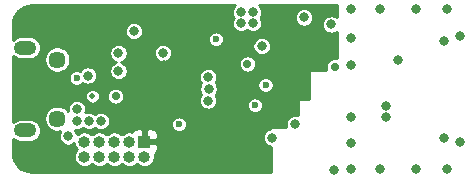
<source format=gbr>
G04 #@! TF.GenerationSoftware,KiCad,Pcbnew,(5.1.5)-3*
G04 #@! TF.CreationDate,2020-05-11T01:57:27+02:00*
G04 #@! TF.ProjectId,STRF,53545246-2e6b-4696-9361-645f70636258,rev?*
G04 #@! TF.SameCoordinates,Original*
G04 #@! TF.FileFunction,Copper,L3,Inr*
G04 #@! TF.FilePolarity,Positive*
%FSLAX46Y46*%
G04 Gerber Fmt 4.6, Leading zero omitted, Abs format (unit mm)*
G04 Created by KiCad (PCBNEW (5.1.5)-3) date 2020-05-11 01:57:27*
%MOMM*%
%LPD*%
G04 APERTURE LIST*
%ADD10O,1.000000X1.000000*%
%ADD11R,1.000000X1.000000*%
%ADD12C,1.450000*%
%ADD13O,1.900000X1.200000*%
%ADD14C,0.800000*%
%ADD15C,0.600000*%
%ADD16C,0.700000*%
%ADD17C,0.500000*%
%ADD18C,0.254000*%
G04 APERTURE END LIST*
D10*
X27720000Y-40220000D03*
X27720000Y-38950000D03*
X28990000Y-40220000D03*
X28990000Y-38950000D03*
X30260000Y-40220000D03*
X30260000Y-38950000D03*
X31530000Y-40220000D03*
X31530000Y-38950000D03*
X32800000Y-40220000D03*
D11*
X32800000Y-38950000D03*
D12*
X25412500Y-32000000D03*
X25412500Y-37000000D03*
D13*
X22712500Y-31000000D03*
X22712500Y-38000000D03*
D14*
X54300000Y-32025000D03*
D15*
X35715000Y-37485000D03*
D14*
X48625000Y-29025000D03*
X46300000Y-28425000D03*
X26325000Y-38500000D03*
X42725000Y-30875000D03*
X40975000Y-28925000D03*
X40975000Y-28000000D03*
X34350000Y-31425000D03*
X28000000Y-33350000D03*
X27075000Y-36200000D03*
X28100000Y-37200000D03*
X53250000Y-36900000D03*
X53250000Y-35900000D03*
X58200000Y-30400000D03*
X58200000Y-38600000D03*
X48850000Y-41350000D03*
X43600000Y-38600000D03*
X30600000Y-32975000D03*
X30600000Y-31475000D03*
D16*
X48900000Y-32600000D03*
D14*
X38225000Y-34475000D03*
X38200000Y-33475000D03*
X38200000Y-35475000D03*
X50250000Y-27700000D03*
X50250000Y-30200000D03*
X50250000Y-32500000D03*
X50250000Y-41300000D03*
X50250000Y-39075000D03*
X59500000Y-30000000D03*
X52750000Y-27700000D03*
X55750000Y-27700000D03*
X58400000Y-27700000D03*
X59500000Y-39000000D03*
X50250000Y-36900000D03*
D16*
X30350000Y-35100000D03*
D14*
X27075000Y-37200000D03*
X29100000Y-37200000D03*
D16*
X41500000Y-32375000D03*
D14*
X31900000Y-29600000D03*
X42000000Y-28000000D03*
X42000000Y-28925000D03*
X45550000Y-37450000D03*
X52750000Y-41300000D03*
X55750000Y-41300000D03*
X58400000Y-41300000D03*
D15*
X37250000Y-38700000D03*
X37200000Y-31100000D03*
D14*
X47575000Y-29025000D03*
D16*
X48650000Y-31725000D03*
D14*
X32700000Y-33350000D03*
X44750000Y-28425000D03*
X42925000Y-37550000D03*
X33575000Y-33350000D03*
X34450000Y-33350000D03*
X34450000Y-32475000D03*
D16*
X41175000Y-31525000D03*
D15*
X38866275Y-30282975D03*
D17*
X28400000Y-35100000D03*
D15*
X27050000Y-33550000D03*
X43050000Y-34150000D03*
X42145420Y-35871685D03*
D18*
G36*
X40368358Y-27502141D02*
G01*
X40282887Y-27630058D01*
X40224013Y-27772191D01*
X40194000Y-27923078D01*
X40194000Y-28076922D01*
X40224013Y-28227809D01*
X40282887Y-28369942D01*
X40344732Y-28462500D01*
X40282887Y-28555058D01*
X40224013Y-28697191D01*
X40194000Y-28848078D01*
X40194000Y-29001922D01*
X40224013Y-29152809D01*
X40282887Y-29294942D01*
X40368358Y-29422859D01*
X40477141Y-29531642D01*
X40605058Y-29617113D01*
X40747191Y-29675987D01*
X40898078Y-29706000D01*
X41051922Y-29706000D01*
X41202809Y-29675987D01*
X41344942Y-29617113D01*
X41472859Y-29531642D01*
X41487500Y-29517001D01*
X41502141Y-29531642D01*
X41630058Y-29617113D01*
X41772191Y-29675987D01*
X41923078Y-29706000D01*
X42076922Y-29706000D01*
X42227809Y-29675987D01*
X42369942Y-29617113D01*
X42497859Y-29531642D01*
X42606642Y-29422859D01*
X42692113Y-29294942D01*
X42750987Y-29152809D01*
X42781000Y-29001922D01*
X42781000Y-28848078D01*
X42750987Y-28697191D01*
X42692113Y-28555058D01*
X42630268Y-28462500D01*
X42692113Y-28369942D01*
X42701169Y-28348078D01*
X45519000Y-28348078D01*
X45519000Y-28501922D01*
X45549013Y-28652809D01*
X45607887Y-28794942D01*
X45693358Y-28922859D01*
X45802141Y-29031642D01*
X45930058Y-29117113D01*
X46072191Y-29175987D01*
X46223078Y-29206000D01*
X46376922Y-29206000D01*
X46527809Y-29175987D01*
X46669942Y-29117113D01*
X46797859Y-29031642D01*
X46906642Y-28922859D01*
X46992113Y-28794942D01*
X47050987Y-28652809D01*
X47081000Y-28501922D01*
X47081000Y-28348078D01*
X47050987Y-28197191D01*
X46992113Y-28055058D01*
X46906642Y-27927141D01*
X46797859Y-27818358D01*
X46669942Y-27732887D01*
X46527809Y-27674013D01*
X46376922Y-27644000D01*
X46223078Y-27644000D01*
X46072191Y-27674013D01*
X45930058Y-27732887D01*
X45802141Y-27818358D01*
X45693358Y-27927141D01*
X45607887Y-28055058D01*
X45549013Y-28197191D01*
X45519000Y-28348078D01*
X42701169Y-28348078D01*
X42750987Y-28227809D01*
X42781000Y-28076922D01*
X42781000Y-27923078D01*
X42750987Y-27772191D01*
X42692113Y-27630058D01*
X42606642Y-27502141D01*
X42510501Y-27406000D01*
X49123000Y-27406000D01*
X49123000Y-28418499D01*
X49122859Y-28418358D01*
X48994942Y-28332887D01*
X48852809Y-28274013D01*
X48701922Y-28244000D01*
X48548078Y-28244000D01*
X48397191Y-28274013D01*
X48255058Y-28332887D01*
X48127141Y-28418358D01*
X48018358Y-28527141D01*
X47932887Y-28655058D01*
X47874013Y-28797191D01*
X47844000Y-28948078D01*
X47844000Y-29101922D01*
X47874013Y-29252809D01*
X47932887Y-29394942D01*
X48018358Y-29522859D01*
X48127141Y-29631642D01*
X48255058Y-29717113D01*
X48397191Y-29775987D01*
X48548078Y-29806000D01*
X48701922Y-29806000D01*
X48852809Y-29775987D01*
X48994942Y-29717113D01*
X49122859Y-29631642D01*
X49123000Y-29631501D01*
X49123000Y-31901141D01*
X49113225Y-31897092D01*
X48971997Y-31869000D01*
X48828003Y-31869000D01*
X48686775Y-31897092D01*
X48553742Y-31952196D01*
X48434015Y-32032195D01*
X48332195Y-32134015D01*
X48252196Y-32253742D01*
X48197092Y-32386775D01*
X48169000Y-32528003D01*
X48169000Y-32671997D01*
X48197092Y-32813225D01*
X48211496Y-32848000D01*
X46850000Y-32848000D01*
X46825224Y-32850440D01*
X46801399Y-32857667D01*
X46779443Y-32869403D01*
X46760197Y-32885197D01*
X46744403Y-32904443D01*
X46732667Y-32926399D01*
X46725440Y-32950224D01*
X46723000Y-32975000D01*
X46723000Y-35350356D01*
X45900364Y-35348001D01*
X45875580Y-35350370D01*
X45851735Y-35357529D01*
X45829745Y-35369202D01*
X45810455Y-35384941D01*
X45794606Y-35404141D01*
X45782807Y-35426063D01*
X45775512Y-35449867D01*
X45773000Y-35475000D01*
X45773000Y-36698056D01*
X45626922Y-36669000D01*
X45473078Y-36669000D01*
X45322191Y-36699013D01*
X45180058Y-36757887D01*
X45052141Y-36843358D01*
X44943358Y-36952141D01*
X44857887Y-37080058D01*
X44799013Y-37222191D01*
X44769000Y-37373078D01*
X44769000Y-37526922D01*
X44798056Y-37673000D01*
X43600000Y-37673000D01*
X43575224Y-37675440D01*
X43551399Y-37682667D01*
X43529443Y-37694403D01*
X43510197Y-37710197D01*
X43494403Y-37729443D01*
X43482667Y-37751399D01*
X43475440Y-37775224D01*
X43473000Y-37800000D01*
X43473000Y-37828961D01*
X43372191Y-37849013D01*
X43230058Y-37907887D01*
X43102141Y-37993358D01*
X42993358Y-38102141D01*
X42907887Y-38230058D01*
X42849013Y-38372191D01*
X42819000Y-38523078D01*
X42819000Y-38676922D01*
X42849013Y-38827809D01*
X42907887Y-38969942D01*
X42993358Y-39097859D01*
X43102141Y-39206642D01*
X43230058Y-39292113D01*
X43372191Y-39350987D01*
X43473000Y-39371039D01*
X43473000Y-41551861D01*
X23270437Y-41494057D01*
X22940770Y-41461733D01*
X22643316Y-41371926D01*
X22368975Y-41226056D01*
X22128187Y-41029675D01*
X21930129Y-40790265D01*
X21782346Y-40516948D01*
X21690465Y-40220128D01*
X21656000Y-39892218D01*
X21656000Y-38685486D01*
X21665472Y-38697028D01*
X21814849Y-38819618D01*
X21985271Y-38910711D01*
X22170190Y-38966805D01*
X22314313Y-38981000D01*
X23110687Y-38981000D01*
X23254810Y-38966805D01*
X23439729Y-38910711D01*
X23610151Y-38819618D01*
X23759528Y-38697028D01*
X23882118Y-38547651D01*
X23973211Y-38377229D01*
X24029305Y-38192310D01*
X24048246Y-38000000D01*
X24029305Y-37807690D01*
X23973211Y-37622771D01*
X23882118Y-37452349D01*
X23759528Y-37302972D01*
X23610151Y-37180382D01*
X23439729Y-37089289D01*
X23254810Y-37033195D01*
X23110687Y-37019000D01*
X22314313Y-37019000D01*
X22170190Y-37033195D01*
X21985271Y-37089289D01*
X21814849Y-37180382D01*
X21665472Y-37302972D01*
X21656000Y-37314514D01*
X21656000Y-36891069D01*
X24306500Y-36891069D01*
X24306500Y-37108931D01*
X24349003Y-37322608D01*
X24432376Y-37523887D01*
X24553414Y-37705034D01*
X24707466Y-37859086D01*
X24888613Y-37980124D01*
X25089892Y-38063497D01*
X25303569Y-38106000D01*
X25521431Y-38106000D01*
X25668510Y-38076744D01*
X25632887Y-38130058D01*
X25574013Y-38272191D01*
X25544000Y-38423078D01*
X25544000Y-38576922D01*
X25574013Y-38727809D01*
X25632887Y-38869942D01*
X25718358Y-38997859D01*
X25827141Y-39106642D01*
X25955058Y-39192113D01*
X26097191Y-39250987D01*
X26248078Y-39281000D01*
X26401922Y-39281000D01*
X26552809Y-39250987D01*
X26694942Y-39192113D01*
X26822859Y-39106642D01*
X26847914Y-39081587D01*
X26872856Y-39206978D01*
X26939268Y-39367310D01*
X27035682Y-39511605D01*
X27109077Y-39585000D01*
X27035682Y-39658395D01*
X26939268Y-39802690D01*
X26872856Y-39963022D01*
X26839000Y-40133229D01*
X26839000Y-40306771D01*
X26872856Y-40476978D01*
X26939268Y-40637310D01*
X27035682Y-40781605D01*
X27158395Y-40904318D01*
X27302690Y-41000732D01*
X27463022Y-41067144D01*
X27633229Y-41101000D01*
X27806771Y-41101000D01*
X27976978Y-41067144D01*
X28137310Y-41000732D01*
X28281605Y-40904318D01*
X28355000Y-40830923D01*
X28428395Y-40904318D01*
X28572690Y-41000732D01*
X28733022Y-41067144D01*
X28903229Y-41101000D01*
X29076771Y-41101000D01*
X29246978Y-41067144D01*
X29407310Y-41000732D01*
X29551605Y-40904318D01*
X29625000Y-40830923D01*
X29698395Y-40904318D01*
X29842690Y-41000732D01*
X30003022Y-41067144D01*
X30173229Y-41101000D01*
X30346771Y-41101000D01*
X30516978Y-41067144D01*
X30677310Y-41000732D01*
X30821605Y-40904318D01*
X30895000Y-40830923D01*
X30968395Y-40904318D01*
X31112690Y-41000732D01*
X31273022Y-41067144D01*
X31443229Y-41101000D01*
X31616771Y-41101000D01*
X31786978Y-41067144D01*
X31947310Y-41000732D01*
X32091605Y-40904318D01*
X32165000Y-40830923D01*
X32238395Y-40904318D01*
X32382690Y-41000732D01*
X32543022Y-41067144D01*
X32713229Y-41101000D01*
X32886771Y-41101000D01*
X33056978Y-41067144D01*
X33217310Y-41000732D01*
X33361605Y-40904318D01*
X33484318Y-40781605D01*
X33580732Y-40637310D01*
X33647144Y-40476978D01*
X33681000Y-40306771D01*
X33681000Y-40133229D01*
X33650999Y-39982405D01*
X33654494Y-39980537D01*
X33751185Y-39901185D01*
X33830537Y-39804494D01*
X33889502Y-39694180D01*
X33925812Y-39574482D01*
X33938072Y-39450000D01*
X33935000Y-39235750D01*
X33776250Y-39077000D01*
X32927000Y-39077000D01*
X32927000Y-39097000D01*
X32673000Y-39097000D01*
X32673000Y-39077000D01*
X32653000Y-39077000D01*
X32653000Y-38823000D01*
X32673000Y-38823000D01*
X32673000Y-37973750D01*
X32927000Y-37973750D01*
X32927000Y-38823000D01*
X33776250Y-38823000D01*
X33935000Y-38664250D01*
X33938072Y-38450000D01*
X33925812Y-38325518D01*
X33889502Y-38205820D01*
X33830537Y-38095506D01*
X33751185Y-37998815D01*
X33654494Y-37919463D01*
X33544180Y-37860498D01*
X33424482Y-37824188D01*
X33300000Y-37811928D01*
X33085750Y-37815000D01*
X32927000Y-37973750D01*
X32673000Y-37973750D01*
X32514250Y-37815000D01*
X32300000Y-37811928D01*
X32175518Y-37824188D01*
X32055820Y-37860498D01*
X31945506Y-37919463D01*
X31848815Y-37998815D01*
X31769463Y-38095506D01*
X31767595Y-38099001D01*
X31616771Y-38069000D01*
X31443229Y-38069000D01*
X31273022Y-38102856D01*
X31112690Y-38169268D01*
X30968395Y-38265682D01*
X30895000Y-38339077D01*
X30821605Y-38265682D01*
X30677310Y-38169268D01*
X30516978Y-38102856D01*
X30346771Y-38069000D01*
X30173229Y-38069000D01*
X30003022Y-38102856D01*
X29842690Y-38169268D01*
X29698395Y-38265682D01*
X29625000Y-38339077D01*
X29551605Y-38265682D01*
X29407310Y-38169268D01*
X29246978Y-38102856D01*
X29076771Y-38069000D01*
X28903229Y-38069000D01*
X28733022Y-38102856D01*
X28572690Y-38169268D01*
X28428395Y-38265682D01*
X28355000Y-38339077D01*
X28281605Y-38265682D01*
X28137310Y-38169268D01*
X27976978Y-38102856D01*
X27806771Y-38069000D01*
X27633229Y-38069000D01*
X27463022Y-38102856D01*
X27302690Y-38169268D01*
X27158395Y-38265682D01*
X27088579Y-38335498D01*
X27075987Y-38272191D01*
X27017113Y-38130058D01*
X26931642Y-38002141D01*
X26888756Y-37959255D01*
X26998078Y-37981000D01*
X27151922Y-37981000D01*
X27302809Y-37950987D01*
X27444942Y-37892113D01*
X27572859Y-37806642D01*
X27587500Y-37792001D01*
X27602141Y-37806642D01*
X27730058Y-37892113D01*
X27872191Y-37950987D01*
X28023078Y-37981000D01*
X28176922Y-37981000D01*
X28327809Y-37950987D01*
X28469942Y-37892113D01*
X28597859Y-37806642D01*
X28600000Y-37804501D01*
X28602141Y-37806642D01*
X28730058Y-37892113D01*
X28872191Y-37950987D01*
X29023078Y-37981000D01*
X29176922Y-37981000D01*
X29327809Y-37950987D01*
X29469942Y-37892113D01*
X29597859Y-37806642D01*
X29706642Y-37697859D01*
X29792113Y-37569942D01*
X29850987Y-37427809D01*
X29852952Y-37417927D01*
X35034000Y-37417927D01*
X35034000Y-37552073D01*
X35060171Y-37683640D01*
X35111506Y-37807574D01*
X35186033Y-37919112D01*
X35280888Y-38013967D01*
X35392426Y-38088494D01*
X35516360Y-38139829D01*
X35647927Y-38166000D01*
X35782073Y-38166000D01*
X35913640Y-38139829D01*
X36037574Y-38088494D01*
X36149112Y-38013967D01*
X36243967Y-37919112D01*
X36318494Y-37807574D01*
X36369829Y-37683640D01*
X36396000Y-37552073D01*
X36396000Y-37417927D01*
X36369829Y-37286360D01*
X36318494Y-37162426D01*
X36243967Y-37050888D01*
X36149112Y-36956033D01*
X36037574Y-36881506D01*
X35913640Y-36830171D01*
X35782073Y-36804000D01*
X35647927Y-36804000D01*
X35516360Y-36830171D01*
X35392426Y-36881506D01*
X35280888Y-36956033D01*
X35186033Y-37050888D01*
X35111506Y-37162426D01*
X35060171Y-37286360D01*
X35034000Y-37417927D01*
X29852952Y-37417927D01*
X29881000Y-37276922D01*
X29881000Y-37123078D01*
X29850987Y-36972191D01*
X29792113Y-36830058D01*
X29706642Y-36702141D01*
X29597859Y-36593358D01*
X29469942Y-36507887D01*
X29327809Y-36449013D01*
X29176922Y-36419000D01*
X29023078Y-36419000D01*
X28872191Y-36449013D01*
X28730058Y-36507887D01*
X28602141Y-36593358D01*
X28600000Y-36595499D01*
X28597859Y-36593358D01*
X28469942Y-36507887D01*
X28327809Y-36449013D01*
X28176922Y-36419000D01*
X28023078Y-36419000D01*
X27872191Y-36449013D01*
X27805815Y-36476507D01*
X27825987Y-36427809D01*
X27856000Y-36276922D01*
X27856000Y-36123078D01*
X27825987Y-35972191D01*
X27767113Y-35830058D01*
X27681642Y-35702141D01*
X27572859Y-35593358D01*
X27444942Y-35507887D01*
X27302809Y-35449013D01*
X27151922Y-35419000D01*
X26998078Y-35419000D01*
X26847191Y-35449013D01*
X26705058Y-35507887D01*
X26577141Y-35593358D01*
X26468358Y-35702141D01*
X26382887Y-35830058D01*
X26324013Y-35972191D01*
X26294000Y-36123078D01*
X26294000Y-36276922D01*
X26308611Y-36350378D01*
X26271586Y-36294966D01*
X26117534Y-36140914D01*
X25936387Y-36019876D01*
X25735108Y-35936503D01*
X25521431Y-35894000D01*
X25303569Y-35894000D01*
X25089892Y-35936503D01*
X24888613Y-36019876D01*
X24707466Y-36140914D01*
X24553414Y-36294966D01*
X24432376Y-36476113D01*
X24349003Y-36677392D01*
X24306500Y-36891069D01*
X21656000Y-36891069D01*
X21656000Y-35037852D01*
X27769000Y-35037852D01*
X27769000Y-35162148D01*
X27793249Y-35284056D01*
X27840815Y-35398891D01*
X27909870Y-35502239D01*
X27997761Y-35590130D01*
X28101109Y-35659185D01*
X28215944Y-35706751D01*
X28337852Y-35731000D01*
X28462148Y-35731000D01*
X28584056Y-35706751D01*
X28698891Y-35659185D01*
X28802239Y-35590130D01*
X28890130Y-35502239D01*
X28959185Y-35398891D01*
X29006751Y-35284056D01*
X29031000Y-35162148D01*
X29031000Y-35037852D01*
X29029041Y-35028003D01*
X29619000Y-35028003D01*
X29619000Y-35171997D01*
X29647092Y-35313225D01*
X29702196Y-35446258D01*
X29782195Y-35565985D01*
X29884015Y-35667805D01*
X30003742Y-35747804D01*
X30136775Y-35802908D01*
X30278003Y-35831000D01*
X30421997Y-35831000D01*
X30563225Y-35802908D01*
X30696258Y-35747804D01*
X30815985Y-35667805D01*
X30917805Y-35565985D01*
X30997804Y-35446258D01*
X31052908Y-35313225D01*
X31081000Y-35171997D01*
X31081000Y-35028003D01*
X31052908Y-34886775D01*
X30997804Y-34753742D01*
X30917805Y-34634015D01*
X30815985Y-34532195D01*
X30696258Y-34452196D01*
X30563225Y-34397092D01*
X30421997Y-34369000D01*
X30278003Y-34369000D01*
X30136775Y-34397092D01*
X30003742Y-34452196D01*
X29884015Y-34532195D01*
X29782195Y-34634015D01*
X29702196Y-34753742D01*
X29647092Y-34886775D01*
X29619000Y-35028003D01*
X29029041Y-35028003D01*
X29006751Y-34915944D01*
X28959185Y-34801109D01*
X28890130Y-34697761D01*
X28802239Y-34609870D01*
X28698891Y-34540815D01*
X28584056Y-34493249D01*
X28462148Y-34469000D01*
X28337852Y-34469000D01*
X28215944Y-34493249D01*
X28101109Y-34540815D01*
X27997761Y-34609870D01*
X27909870Y-34697761D01*
X27840815Y-34801109D01*
X27793249Y-34915944D01*
X27769000Y-35037852D01*
X21656000Y-35037852D01*
X21656000Y-33482927D01*
X26369000Y-33482927D01*
X26369000Y-33617073D01*
X26395171Y-33748640D01*
X26446506Y-33872574D01*
X26521033Y-33984112D01*
X26615888Y-34078967D01*
X26727426Y-34153494D01*
X26851360Y-34204829D01*
X26982927Y-34231000D01*
X27117073Y-34231000D01*
X27248640Y-34204829D01*
X27372574Y-34153494D01*
X27484112Y-34078967D01*
X27564662Y-33998417D01*
X27630058Y-34042113D01*
X27772191Y-34100987D01*
X27923078Y-34131000D01*
X28076922Y-34131000D01*
X28227809Y-34100987D01*
X28369942Y-34042113D01*
X28497859Y-33956642D01*
X28606642Y-33847859D01*
X28692113Y-33719942D01*
X28750987Y-33577809D01*
X28781000Y-33426922D01*
X28781000Y-33273078D01*
X28750987Y-33122191D01*
X28692113Y-32980058D01*
X28606642Y-32852141D01*
X28497859Y-32743358D01*
X28369942Y-32657887D01*
X28227809Y-32599013D01*
X28076922Y-32569000D01*
X27923078Y-32569000D01*
X27772191Y-32599013D01*
X27630058Y-32657887D01*
X27502141Y-32743358D01*
X27393358Y-32852141D01*
X27339468Y-32932793D01*
X27248640Y-32895171D01*
X27117073Y-32869000D01*
X26982927Y-32869000D01*
X26851360Y-32895171D01*
X26727426Y-32946506D01*
X26615888Y-33021033D01*
X26521033Y-33115888D01*
X26446506Y-33227426D01*
X26395171Y-33351360D01*
X26369000Y-33482927D01*
X21656000Y-33482927D01*
X21656000Y-31685486D01*
X21665472Y-31697028D01*
X21814849Y-31819618D01*
X21985271Y-31910711D01*
X22170190Y-31966805D01*
X22314313Y-31981000D01*
X23110687Y-31981000D01*
X23254810Y-31966805D01*
X23439729Y-31910711D01*
X23476476Y-31891069D01*
X24306500Y-31891069D01*
X24306500Y-32108931D01*
X24349003Y-32322608D01*
X24432376Y-32523887D01*
X24553414Y-32705034D01*
X24707466Y-32859086D01*
X24888613Y-32980124D01*
X25089892Y-33063497D01*
X25303569Y-33106000D01*
X25521431Y-33106000D01*
X25735108Y-33063497D01*
X25936387Y-32980124D01*
X26117534Y-32859086D01*
X26271586Y-32705034D01*
X26392624Y-32523887D01*
X26475997Y-32322608D01*
X26518500Y-32108931D01*
X26518500Y-31891069D01*
X26475997Y-31677392D01*
X26392624Y-31476113D01*
X26340483Y-31398078D01*
X29819000Y-31398078D01*
X29819000Y-31551922D01*
X29849013Y-31702809D01*
X29907887Y-31844942D01*
X29993358Y-31972859D01*
X30102141Y-32081642D01*
X30230058Y-32167113D01*
X30369808Y-32225000D01*
X30230058Y-32282887D01*
X30102141Y-32368358D01*
X29993358Y-32477141D01*
X29907887Y-32605058D01*
X29849013Y-32747191D01*
X29819000Y-32898078D01*
X29819000Y-33051922D01*
X29849013Y-33202809D01*
X29907887Y-33344942D01*
X29993358Y-33472859D01*
X30102141Y-33581642D01*
X30230058Y-33667113D01*
X30372191Y-33725987D01*
X30523078Y-33756000D01*
X30676922Y-33756000D01*
X30827809Y-33725987D01*
X30969942Y-33667113D01*
X31097859Y-33581642D01*
X31206642Y-33472859D01*
X31256608Y-33398078D01*
X37419000Y-33398078D01*
X37419000Y-33551922D01*
X37449013Y-33702809D01*
X37507887Y-33844942D01*
X37593358Y-33972859D01*
X37610060Y-33989561D01*
X37532887Y-34105058D01*
X37474013Y-34247191D01*
X37444000Y-34398078D01*
X37444000Y-34551922D01*
X37474013Y-34702809D01*
X37532887Y-34844942D01*
X37610060Y-34960439D01*
X37593358Y-34977141D01*
X37507887Y-35105058D01*
X37449013Y-35247191D01*
X37419000Y-35398078D01*
X37419000Y-35551922D01*
X37449013Y-35702809D01*
X37507887Y-35844942D01*
X37593358Y-35972859D01*
X37702141Y-36081642D01*
X37830058Y-36167113D01*
X37972191Y-36225987D01*
X38123078Y-36256000D01*
X38276922Y-36256000D01*
X38427809Y-36225987D01*
X38569942Y-36167113D01*
X38697859Y-36081642D01*
X38806642Y-35972859D01*
X38892113Y-35844942D01*
X38908818Y-35804612D01*
X41464420Y-35804612D01*
X41464420Y-35938758D01*
X41490591Y-36070325D01*
X41541926Y-36194259D01*
X41616453Y-36305797D01*
X41711308Y-36400652D01*
X41822846Y-36475179D01*
X41946780Y-36526514D01*
X42078347Y-36552685D01*
X42212493Y-36552685D01*
X42344060Y-36526514D01*
X42467994Y-36475179D01*
X42579532Y-36400652D01*
X42674387Y-36305797D01*
X42748914Y-36194259D01*
X42800249Y-36070325D01*
X42826420Y-35938758D01*
X42826420Y-35804612D01*
X42800249Y-35673045D01*
X42748914Y-35549111D01*
X42674387Y-35437573D01*
X42579532Y-35342718D01*
X42467994Y-35268191D01*
X42344060Y-35216856D01*
X42212493Y-35190685D01*
X42078347Y-35190685D01*
X41946780Y-35216856D01*
X41822846Y-35268191D01*
X41711308Y-35342718D01*
X41616453Y-35437573D01*
X41541926Y-35549111D01*
X41490591Y-35673045D01*
X41464420Y-35804612D01*
X38908818Y-35804612D01*
X38950987Y-35702809D01*
X38981000Y-35551922D01*
X38981000Y-35398078D01*
X38950987Y-35247191D01*
X38892113Y-35105058D01*
X38814940Y-34989561D01*
X38831642Y-34972859D01*
X38917113Y-34844942D01*
X38975987Y-34702809D01*
X39006000Y-34551922D01*
X39006000Y-34398078D01*
X38975987Y-34247191D01*
X38917113Y-34105058D01*
X38902326Y-34082927D01*
X42369000Y-34082927D01*
X42369000Y-34217073D01*
X42395171Y-34348640D01*
X42446506Y-34472574D01*
X42521033Y-34584112D01*
X42615888Y-34678967D01*
X42727426Y-34753494D01*
X42851360Y-34804829D01*
X42982927Y-34831000D01*
X43117073Y-34831000D01*
X43248640Y-34804829D01*
X43372574Y-34753494D01*
X43484112Y-34678967D01*
X43578967Y-34584112D01*
X43653494Y-34472574D01*
X43704829Y-34348640D01*
X43731000Y-34217073D01*
X43731000Y-34082927D01*
X43704829Y-33951360D01*
X43653494Y-33827426D01*
X43578967Y-33715888D01*
X43484112Y-33621033D01*
X43372574Y-33546506D01*
X43248640Y-33495171D01*
X43117073Y-33469000D01*
X42982927Y-33469000D01*
X42851360Y-33495171D01*
X42727426Y-33546506D01*
X42615888Y-33621033D01*
X42521033Y-33715888D01*
X42446506Y-33827426D01*
X42395171Y-33951360D01*
X42369000Y-34082927D01*
X38902326Y-34082927D01*
X38831642Y-33977141D01*
X38814940Y-33960439D01*
X38892113Y-33844942D01*
X38950987Y-33702809D01*
X38981000Y-33551922D01*
X38981000Y-33398078D01*
X38950987Y-33247191D01*
X38892113Y-33105058D01*
X38806642Y-32977141D01*
X38697859Y-32868358D01*
X38569942Y-32782887D01*
X38427809Y-32724013D01*
X38276922Y-32694000D01*
X38123078Y-32694000D01*
X37972191Y-32724013D01*
X37830058Y-32782887D01*
X37702141Y-32868358D01*
X37593358Y-32977141D01*
X37507887Y-33105058D01*
X37449013Y-33247191D01*
X37419000Y-33398078D01*
X31256608Y-33398078D01*
X31292113Y-33344942D01*
X31350987Y-33202809D01*
X31381000Y-33051922D01*
X31381000Y-32898078D01*
X31350987Y-32747191D01*
X31292113Y-32605058D01*
X31206642Y-32477141D01*
X31097859Y-32368358D01*
X31000048Y-32303003D01*
X40769000Y-32303003D01*
X40769000Y-32446997D01*
X40797092Y-32588225D01*
X40852196Y-32721258D01*
X40932195Y-32840985D01*
X41034015Y-32942805D01*
X41153742Y-33022804D01*
X41286775Y-33077908D01*
X41428003Y-33106000D01*
X41571997Y-33106000D01*
X41713225Y-33077908D01*
X41846258Y-33022804D01*
X41965985Y-32942805D01*
X42067805Y-32840985D01*
X42147804Y-32721258D01*
X42202908Y-32588225D01*
X42231000Y-32446997D01*
X42231000Y-32303003D01*
X42202908Y-32161775D01*
X42147804Y-32028742D01*
X42067805Y-31909015D01*
X41965985Y-31807195D01*
X41846258Y-31727196D01*
X41713225Y-31672092D01*
X41571997Y-31644000D01*
X41428003Y-31644000D01*
X41286775Y-31672092D01*
X41153742Y-31727196D01*
X41034015Y-31807195D01*
X40932195Y-31909015D01*
X40852196Y-32028742D01*
X40797092Y-32161775D01*
X40769000Y-32303003D01*
X31000048Y-32303003D01*
X30969942Y-32282887D01*
X30830192Y-32225000D01*
X30969942Y-32167113D01*
X31097859Y-32081642D01*
X31206642Y-31972859D01*
X31292113Y-31844942D01*
X31350987Y-31702809D01*
X31381000Y-31551922D01*
X31381000Y-31398078D01*
X31371055Y-31348078D01*
X33569000Y-31348078D01*
X33569000Y-31501922D01*
X33599013Y-31652809D01*
X33657887Y-31794942D01*
X33743358Y-31922859D01*
X33852141Y-32031642D01*
X33980058Y-32117113D01*
X34122191Y-32175987D01*
X34273078Y-32206000D01*
X34426922Y-32206000D01*
X34577809Y-32175987D01*
X34719942Y-32117113D01*
X34847859Y-32031642D01*
X34956642Y-31922859D01*
X35042113Y-31794942D01*
X35100987Y-31652809D01*
X35131000Y-31501922D01*
X35131000Y-31348078D01*
X35100987Y-31197191D01*
X35042113Y-31055058D01*
X34956642Y-30927141D01*
X34847859Y-30818358D01*
X34719942Y-30732887D01*
X34577809Y-30674013D01*
X34426922Y-30644000D01*
X34273078Y-30644000D01*
X34122191Y-30674013D01*
X33980058Y-30732887D01*
X33852141Y-30818358D01*
X33743358Y-30927141D01*
X33657887Y-31055058D01*
X33599013Y-31197191D01*
X33569000Y-31348078D01*
X31371055Y-31348078D01*
X31350987Y-31247191D01*
X31292113Y-31105058D01*
X31206642Y-30977141D01*
X31097859Y-30868358D01*
X30969942Y-30782887D01*
X30827809Y-30724013D01*
X30676922Y-30694000D01*
X30523078Y-30694000D01*
X30372191Y-30724013D01*
X30230058Y-30782887D01*
X30102141Y-30868358D01*
X29993358Y-30977141D01*
X29907887Y-31105058D01*
X29849013Y-31247191D01*
X29819000Y-31398078D01*
X26340483Y-31398078D01*
X26271586Y-31294966D01*
X26117534Y-31140914D01*
X25936387Y-31019876D01*
X25735108Y-30936503D01*
X25521431Y-30894000D01*
X25303569Y-30894000D01*
X25089892Y-30936503D01*
X24888613Y-31019876D01*
X24707466Y-31140914D01*
X24553414Y-31294966D01*
X24432376Y-31476113D01*
X24349003Y-31677392D01*
X24306500Y-31891069D01*
X23476476Y-31891069D01*
X23610151Y-31819618D01*
X23759528Y-31697028D01*
X23882118Y-31547651D01*
X23973211Y-31377229D01*
X24029305Y-31192310D01*
X24048246Y-31000000D01*
X24029305Y-30807690D01*
X23973211Y-30622771D01*
X23882118Y-30452349D01*
X23759528Y-30302972D01*
X23610151Y-30180382D01*
X23439729Y-30089289D01*
X23254810Y-30033195D01*
X23110687Y-30019000D01*
X22314313Y-30019000D01*
X22170190Y-30033195D01*
X21985271Y-30089289D01*
X21814849Y-30180382D01*
X21665472Y-30302972D01*
X21656000Y-30314514D01*
X21656000Y-29523078D01*
X31119000Y-29523078D01*
X31119000Y-29676922D01*
X31149013Y-29827809D01*
X31207887Y-29969942D01*
X31293358Y-30097859D01*
X31402141Y-30206642D01*
X31530058Y-30292113D01*
X31672191Y-30350987D01*
X31823078Y-30381000D01*
X31976922Y-30381000D01*
X32127809Y-30350987D01*
X32269942Y-30292113D01*
X32384000Y-30215902D01*
X38185275Y-30215902D01*
X38185275Y-30350048D01*
X38211446Y-30481615D01*
X38262781Y-30605549D01*
X38337308Y-30717087D01*
X38432163Y-30811942D01*
X38543701Y-30886469D01*
X38667635Y-30937804D01*
X38799202Y-30963975D01*
X38933348Y-30963975D01*
X39064915Y-30937804D01*
X39188849Y-30886469D01*
X39300387Y-30811942D01*
X39314251Y-30798078D01*
X41944000Y-30798078D01*
X41944000Y-30951922D01*
X41974013Y-31102809D01*
X42032887Y-31244942D01*
X42118358Y-31372859D01*
X42227141Y-31481642D01*
X42355058Y-31567113D01*
X42497191Y-31625987D01*
X42648078Y-31656000D01*
X42801922Y-31656000D01*
X42952809Y-31625987D01*
X43094942Y-31567113D01*
X43222859Y-31481642D01*
X43331642Y-31372859D01*
X43417113Y-31244942D01*
X43475987Y-31102809D01*
X43506000Y-30951922D01*
X43506000Y-30798078D01*
X43475987Y-30647191D01*
X43417113Y-30505058D01*
X43331642Y-30377141D01*
X43222859Y-30268358D01*
X43094942Y-30182887D01*
X42952809Y-30124013D01*
X42801922Y-30094000D01*
X42648078Y-30094000D01*
X42497191Y-30124013D01*
X42355058Y-30182887D01*
X42227141Y-30268358D01*
X42118358Y-30377141D01*
X42032887Y-30505058D01*
X41974013Y-30647191D01*
X41944000Y-30798078D01*
X39314251Y-30798078D01*
X39395242Y-30717087D01*
X39469769Y-30605549D01*
X39521104Y-30481615D01*
X39547275Y-30350048D01*
X39547275Y-30215902D01*
X39521104Y-30084335D01*
X39469769Y-29960401D01*
X39395242Y-29848863D01*
X39300387Y-29754008D01*
X39188849Y-29679481D01*
X39064915Y-29628146D01*
X38933348Y-29601975D01*
X38799202Y-29601975D01*
X38667635Y-29628146D01*
X38543701Y-29679481D01*
X38432163Y-29754008D01*
X38337308Y-29848863D01*
X38262781Y-29960401D01*
X38211446Y-30084335D01*
X38185275Y-30215902D01*
X32384000Y-30215902D01*
X32397859Y-30206642D01*
X32506642Y-30097859D01*
X32592113Y-29969942D01*
X32650987Y-29827809D01*
X32681000Y-29676922D01*
X32681000Y-29523078D01*
X32650987Y-29372191D01*
X32592113Y-29230058D01*
X32506642Y-29102141D01*
X32397859Y-28993358D01*
X32269942Y-28907887D01*
X32127809Y-28849013D01*
X31976922Y-28819000D01*
X31823078Y-28819000D01*
X31672191Y-28849013D01*
X31530058Y-28907887D01*
X31402141Y-28993358D01*
X31293358Y-29102141D01*
X31207887Y-29230058D01*
X31149013Y-29372191D01*
X31119000Y-29523078D01*
X21656000Y-29523078D01*
X21656000Y-29019854D01*
X21688267Y-28690771D01*
X21778075Y-28393312D01*
X21923945Y-28118972D01*
X22120325Y-27878187D01*
X22359736Y-27680127D01*
X22633053Y-27532346D01*
X22929872Y-27440465D01*
X23257782Y-27406000D01*
X40464499Y-27406000D01*
X40368358Y-27502141D01*
G37*
X40368358Y-27502141D02*
X40282887Y-27630058D01*
X40224013Y-27772191D01*
X40194000Y-27923078D01*
X40194000Y-28076922D01*
X40224013Y-28227809D01*
X40282887Y-28369942D01*
X40344732Y-28462500D01*
X40282887Y-28555058D01*
X40224013Y-28697191D01*
X40194000Y-28848078D01*
X40194000Y-29001922D01*
X40224013Y-29152809D01*
X40282887Y-29294942D01*
X40368358Y-29422859D01*
X40477141Y-29531642D01*
X40605058Y-29617113D01*
X40747191Y-29675987D01*
X40898078Y-29706000D01*
X41051922Y-29706000D01*
X41202809Y-29675987D01*
X41344942Y-29617113D01*
X41472859Y-29531642D01*
X41487500Y-29517001D01*
X41502141Y-29531642D01*
X41630058Y-29617113D01*
X41772191Y-29675987D01*
X41923078Y-29706000D01*
X42076922Y-29706000D01*
X42227809Y-29675987D01*
X42369942Y-29617113D01*
X42497859Y-29531642D01*
X42606642Y-29422859D01*
X42692113Y-29294942D01*
X42750987Y-29152809D01*
X42781000Y-29001922D01*
X42781000Y-28848078D01*
X42750987Y-28697191D01*
X42692113Y-28555058D01*
X42630268Y-28462500D01*
X42692113Y-28369942D01*
X42701169Y-28348078D01*
X45519000Y-28348078D01*
X45519000Y-28501922D01*
X45549013Y-28652809D01*
X45607887Y-28794942D01*
X45693358Y-28922859D01*
X45802141Y-29031642D01*
X45930058Y-29117113D01*
X46072191Y-29175987D01*
X46223078Y-29206000D01*
X46376922Y-29206000D01*
X46527809Y-29175987D01*
X46669942Y-29117113D01*
X46797859Y-29031642D01*
X46906642Y-28922859D01*
X46992113Y-28794942D01*
X47050987Y-28652809D01*
X47081000Y-28501922D01*
X47081000Y-28348078D01*
X47050987Y-28197191D01*
X46992113Y-28055058D01*
X46906642Y-27927141D01*
X46797859Y-27818358D01*
X46669942Y-27732887D01*
X46527809Y-27674013D01*
X46376922Y-27644000D01*
X46223078Y-27644000D01*
X46072191Y-27674013D01*
X45930058Y-27732887D01*
X45802141Y-27818358D01*
X45693358Y-27927141D01*
X45607887Y-28055058D01*
X45549013Y-28197191D01*
X45519000Y-28348078D01*
X42701169Y-28348078D01*
X42750987Y-28227809D01*
X42781000Y-28076922D01*
X42781000Y-27923078D01*
X42750987Y-27772191D01*
X42692113Y-27630058D01*
X42606642Y-27502141D01*
X42510501Y-27406000D01*
X49123000Y-27406000D01*
X49123000Y-28418499D01*
X49122859Y-28418358D01*
X48994942Y-28332887D01*
X48852809Y-28274013D01*
X48701922Y-28244000D01*
X48548078Y-28244000D01*
X48397191Y-28274013D01*
X48255058Y-28332887D01*
X48127141Y-28418358D01*
X48018358Y-28527141D01*
X47932887Y-28655058D01*
X47874013Y-28797191D01*
X47844000Y-28948078D01*
X47844000Y-29101922D01*
X47874013Y-29252809D01*
X47932887Y-29394942D01*
X48018358Y-29522859D01*
X48127141Y-29631642D01*
X48255058Y-29717113D01*
X48397191Y-29775987D01*
X48548078Y-29806000D01*
X48701922Y-29806000D01*
X48852809Y-29775987D01*
X48994942Y-29717113D01*
X49122859Y-29631642D01*
X49123000Y-29631501D01*
X49123000Y-31901141D01*
X49113225Y-31897092D01*
X48971997Y-31869000D01*
X48828003Y-31869000D01*
X48686775Y-31897092D01*
X48553742Y-31952196D01*
X48434015Y-32032195D01*
X48332195Y-32134015D01*
X48252196Y-32253742D01*
X48197092Y-32386775D01*
X48169000Y-32528003D01*
X48169000Y-32671997D01*
X48197092Y-32813225D01*
X48211496Y-32848000D01*
X46850000Y-32848000D01*
X46825224Y-32850440D01*
X46801399Y-32857667D01*
X46779443Y-32869403D01*
X46760197Y-32885197D01*
X46744403Y-32904443D01*
X46732667Y-32926399D01*
X46725440Y-32950224D01*
X46723000Y-32975000D01*
X46723000Y-35350356D01*
X45900364Y-35348001D01*
X45875580Y-35350370D01*
X45851735Y-35357529D01*
X45829745Y-35369202D01*
X45810455Y-35384941D01*
X45794606Y-35404141D01*
X45782807Y-35426063D01*
X45775512Y-35449867D01*
X45773000Y-35475000D01*
X45773000Y-36698056D01*
X45626922Y-36669000D01*
X45473078Y-36669000D01*
X45322191Y-36699013D01*
X45180058Y-36757887D01*
X45052141Y-36843358D01*
X44943358Y-36952141D01*
X44857887Y-37080058D01*
X44799013Y-37222191D01*
X44769000Y-37373078D01*
X44769000Y-37526922D01*
X44798056Y-37673000D01*
X43600000Y-37673000D01*
X43575224Y-37675440D01*
X43551399Y-37682667D01*
X43529443Y-37694403D01*
X43510197Y-37710197D01*
X43494403Y-37729443D01*
X43482667Y-37751399D01*
X43475440Y-37775224D01*
X43473000Y-37800000D01*
X43473000Y-37828961D01*
X43372191Y-37849013D01*
X43230058Y-37907887D01*
X43102141Y-37993358D01*
X42993358Y-38102141D01*
X42907887Y-38230058D01*
X42849013Y-38372191D01*
X42819000Y-38523078D01*
X42819000Y-38676922D01*
X42849013Y-38827809D01*
X42907887Y-38969942D01*
X42993358Y-39097859D01*
X43102141Y-39206642D01*
X43230058Y-39292113D01*
X43372191Y-39350987D01*
X43473000Y-39371039D01*
X43473000Y-41551861D01*
X23270437Y-41494057D01*
X22940770Y-41461733D01*
X22643316Y-41371926D01*
X22368975Y-41226056D01*
X22128187Y-41029675D01*
X21930129Y-40790265D01*
X21782346Y-40516948D01*
X21690465Y-40220128D01*
X21656000Y-39892218D01*
X21656000Y-38685486D01*
X21665472Y-38697028D01*
X21814849Y-38819618D01*
X21985271Y-38910711D01*
X22170190Y-38966805D01*
X22314313Y-38981000D01*
X23110687Y-38981000D01*
X23254810Y-38966805D01*
X23439729Y-38910711D01*
X23610151Y-38819618D01*
X23759528Y-38697028D01*
X23882118Y-38547651D01*
X23973211Y-38377229D01*
X24029305Y-38192310D01*
X24048246Y-38000000D01*
X24029305Y-37807690D01*
X23973211Y-37622771D01*
X23882118Y-37452349D01*
X23759528Y-37302972D01*
X23610151Y-37180382D01*
X23439729Y-37089289D01*
X23254810Y-37033195D01*
X23110687Y-37019000D01*
X22314313Y-37019000D01*
X22170190Y-37033195D01*
X21985271Y-37089289D01*
X21814849Y-37180382D01*
X21665472Y-37302972D01*
X21656000Y-37314514D01*
X21656000Y-36891069D01*
X24306500Y-36891069D01*
X24306500Y-37108931D01*
X24349003Y-37322608D01*
X24432376Y-37523887D01*
X24553414Y-37705034D01*
X24707466Y-37859086D01*
X24888613Y-37980124D01*
X25089892Y-38063497D01*
X25303569Y-38106000D01*
X25521431Y-38106000D01*
X25668510Y-38076744D01*
X25632887Y-38130058D01*
X25574013Y-38272191D01*
X25544000Y-38423078D01*
X25544000Y-38576922D01*
X25574013Y-38727809D01*
X25632887Y-38869942D01*
X25718358Y-38997859D01*
X25827141Y-39106642D01*
X25955058Y-39192113D01*
X26097191Y-39250987D01*
X26248078Y-39281000D01*
X26401922Y-39281000D01*
X26552809Y-39250987D01*
X26694942Y-39192113D01*
X26822859Y-39106642D01*
X26847914Y-39081587D01*
X26872856Y-39206978D01*
X26939268Y-39367310D01*
X27035682Y-39511605D01*
X27109077Y-39585000D01*
X27035682Y-39658395D01*
X26939268Y-39802690D01*
X26872856Y-39963022D01*
X26839000Y-40133229D01*
X26839000Y-40306771D01*
X26872856Y-40476978D01*
X26939268Y-40637310D01*
X27035682Y-40781605D01*
X27158395Y-40904318D01*
X27302690Y-41000732D01*
X27463022Y-41067144D01*
X27633229Y-41101000D01*
X27806771Y-41101000D01*
X27976978Y-41067144D01*
X28137310Y-41000732D01*
X28281605Y-40904318D01*
X28355000Y-40830923D01*
X28428395Y-40904318D01*
X28572690Y-41000732D01*
X28733022Y-41067144D01*
X28903229Y-41101000D01*
X29076771Y-41101000D01*
X29246978Y-41067144D01*
X29407310Y-41000732D01*
X29551605Y-40904318D01*
X29625000Y-40830923D01*
X29698395Y-40904318D01*
X29842690Y-41000732D01*
X30003022Y-41067144D01*
X30173229Y-41101000D01*
X30346771Y-41101000D01*
X30516978Y-41067144D01*
X30677310Y-41000732D01*
X30821605Y-40904318D01*
X30895000Y-40830923D01*
X30968395Y-40904318D01*
X31112690Y-41000732D01*
X31273022Y-41067144D01*
X31443229Y-41101000D01*
X31616771Y-41101000D01*
X31786978Y-41067144D01*
X31947310Y-41000732D01*
X32091605Y-40904318D01*
X32165000Y-40830923D01*
X32238395Y-40904318D01*
X32382690Y-41000732D01*
X32543022Y-41067144D01*
X32713229Y-41101000D01*
X32886771Y-41101000D01*
X33056978Y-41067144D01*
X33217310Y-41000732D01*
X33361605Y-40904318D01*
X33484318Y-40781605D01*
X33580732Y-40637310D01*
X33647144Y-40476978D01*
X33681000Y-40306771D01*
X33681000Y-40133229D01*
X33650999Y-39982405D01*
X33654494Y-39980537D01*
X33751185Y-39901185D01*
X33830537Y-39804494D01*
X33889502Y-39694180D01*
X33925812Y-39574482D01*
X33938072Y-39450000D01*
X33935000Y-39235750D01*
X33776250Y-39077000D01*
X32927000Y-39077000D01*
X32927000Y-39097000D01*
X32673000Y-39097000D01*
X32673000Y-39077000D01*
X32653000Y-39077000D01*
X32653000Y-38823000D01*
X32673000Y-38823000D01*
X32673000Y-37973750D01*
X32927000Y-37973750D01*
X32927000Y-38823000D01*
X33776250Y-38823000D01*
X33935000Y-38664250D01*
X33938072Y-38450000D01*
X33925812Y-38325518D01*
X33889502Y-38205820D01*
X33830537Y-38095506D01*
X33751185Y-37998815D01*
X33654494Y-37919463D01*
X33544180Y-37860498D01*
X33424482Y-37824188D01*
X33300000Y-37811928D01*
X33085750Y-37815000D01*
X32927000Y-37973750D01*
X32673000Y-37973750D01*
X32514250Y-37815000D01*
X32300000Y-37811928D01*
X32175518Y-37824188D01*
X32055820Y-37860498D01*
X31945506Y-37919463D01*
X31848815Y-37998815D01*
X31769463Y-38095506D01*
X31767595Y-38099001D01*
X31616771Y-38069000D01*
X31443229Y-38069000D01*
X31273022Y-38102856D01*
X31112690Y-38169268D01*
X30968395Y-38265682D01*
X30895000Y-38339077D01*
X30821605Y-38265682D01*
X30677310Y-38169268D01*
X30516978Y-38102856D01*
X30346771Y-38069000D01*
X30173229Y-38069000D01*
X30003022Y-38102856D01*
X29842690Y-38169268D01*
X29698395Y-38265682D01*
X29625000Y-38339077D01*
X29551605Y-38265682D01*
X29407310Y-38169268D01*
X29246978Y-38102856D01*
X29076771Y-38069000D01*
X28903229Y-38069000D01*
X28733022Y-38102856D01*
X28572690Y-38169268D01*
X28428395Y-38265682D01*
X28355000Y-38339077D01*
X28281605Y-38265682D01*
X28137310Y-38169268D01*
X27976978Y-38102856D01*
X27806771Y-38069000D01*
X27633229Y-38069000D01*
X27463022Y-38102856D01*
X27302690Y-38169268D01*
X27158395Y-38265682D01*
X27088579Y-38335498D01*
X27075987Y-38272191D01*
X27017113Y-38130058D01*
X26931642Y-38002141D01*
X26888756Y-37959255D01*
X26998078Y-37981000D01*
X27151922Y-37981000D01*
X27302809Y-37950987D01*
X27444942Y-37892113D01*
X27572859Y-37806642D01*
X27587500Y-37792001D01*
X27602141Y-37806642D01*
X27730058Y-37892113D01*
X27872191Y-37950987D01*
X28023078Y-37981000D01*
X28176922Y-37981000D01*
X28327809Y-37950987D01*
X28469942Y-37892113D01*
X28597859Y-37806642D01*
X28600000Y-37804501D01*
X28602141Y-37806642D01*
X28730058Y-37892113D01*
X28872191Y-37950987D01*
X29023078Y-37981000D01*
X29176922Y-37981000D01*
X29327809Y-37950987D01*
X29469942Y-37892113D01*
X29597859Y-37806642D01*
X29706642Y-37697859D01*
X29792113Y-37569942D01*
X29850987Y-37427809D01*
X29852952Y-37417927D01*
X35034000Y-37417927D01*
X35034000Y-37552073D01*
X35060171Y-37683640D01*
X35111506Y-37807574D01*
X35186033Y-37919112D01*
X35280888Y-38013967D01*
X35392426Y-38088494D01*
X35516360Y-38139829D01*
X35647927Y-38166000D01*
X35782073Y-38166000D01*
X35913640Y-38139829D01*
X36037574Y-38088494D01*
X36149112Y-38013967D01*
X36243967Y-37919112D01*
X36318494Y-37807574D01*
X36369829Y-37683640D01*
X36396000Y-37552073D01*
X36396000Y-37417927D01*
X36369829Y-37286360D01*
X36318494Y-37162426D01*
X36243967Y-37050888D01*
X36149112Y-36956033D01*
X36037574Y-36881506D01*
X35913640Y-36830171D01*
X35782073Y-36804000D01*
X35647927Y-36804000D01*
X35516360Y-36830171D01*
X35392426Y-36881506D01*
X35280888Y-36956033D01*
X35186033Y-37050888D01*
X35111506Y-37162426D01*
X35060171Y-37286360D01*
X35034000Y-37417927D01*
X29852952Y-37417927D01*
X29881000Y-37276922D01*
X29881000Y-37123078D01*
X29850987Y-36972191D01*
X29792113Y-36830058D01*
X29706642Y-36702141D01*
X29597859Y-36593358D01*
X29469942Y-36507887D01*
X29327809Y-36449013D01*
X29176922Y-36419000D01*
X29023078Y-36419000D01*
X28872191Y-36449013D01*
X28730058Y-36507887D01*
X28602141Y-36593358D01*
X28600000Y-36595499D01*
X28597859Y-36593358D01*
X28469942Y-36507887D01*
X28327809Y-36449013D01*
X28176922Y-36419000D01*
X28023078Y-36419000D01*
X27872191Y-36449013D01*
X27805815Y-36476507D01*
X27825987Y-36427809D01*
X27856000Y-36276922D01*
X27856000Y-36123078D01*
X27825987Y-35972191D01*
X27767113Y-35830058D01*
X27681642Y-35702141D01*
X27572859Y-35593358D01*
X27444942Y-35507887D01*
X27302809Y-35449013D01*
X27151922Y-35419000D01*
X26998078Y-35419000D01*
X26847191Y-35449013D01*
X26705058Y-35507887D01*
X26577141Y-35593358D01*
X26468358Y-35702141D01*
X26382887Y-35830058D01*
X26324013Y-35972191D01*
X26294000Y-36123078D01*
X26294000Y-36276922D01*
X26308611Y-36350378D01*
X26271586Y-36294966D01*
X26117534Y-36140914D01*
X25936387Y-36019876D01*
X25735108Y-35936503D01*
X25521431Y-35894000D01*
X25303569Y-35894000D01*
X25089892Y-35936503D01*
X24888613Y-36019876D01*
X24707466Y-36140914D01*
X24553414Y-36294966D01*
X24432376Y-36476113D01*
X24349003Y-36677392D01*
X24306500Y-36891069D01*
X21656000Y-36891069D01*
X21656000Y-35037852D01*
X27769000Y-35037852D01*
X27769000Y-35162148D01*
X27793249Y-35284056D01*
X27840815Y-35398891D01*
X27909870Y-35502239D01*
X27997761Y-35590130D01*
X28101109Y-35659185D01*
X28215944Y-35706751D01*
X28337852Y-35731000D01*
X28462148Y-35731000D01*
X28584056Y-35706751D01*
X28698891Y-35659185D01*
X28802239Y-35590130D01*
X28890130Y-35502239D01*
X28959185Y-35398891D01*
X29006751Y-35284056D01*
X29031000Y-35162148D01*
X29031000Y-35037852D01*
X29029041Y-35028003D01*
X29619000Y-35028003D01*
X29619000Y-35171997D01*
X29647092Y-35313225D01*
X29702196Y-35446258D01*
X29782195Y-35565985D01*
X29884015Y-35667805D01*
X30003742Y-35747804D01*
X30136775Y-35802908D01*
X30278003Y-35831000D01*
X30421997Y-35831000D01*
X30563225Y-35802908D01*
X30696258Y-35747804D01*
X30815985Y-35667805D01*
X30917805Y-35565985D01*
X30997804Y-35446258D01*
X31052908Y-35313225D01*
X31081000Y-35171997D01*
X31081000Y-35028003D01*
X31052908Y-34886775D01*
X30997804Y-34753742D01*
X30917805Y-34634015D01*
X30815985Y-34532195D01*
X30696258Y-34452196D01*
X30563225Y-34397092D01*
X30421997Y-34369000D01*
X30278003Y-34369000D01*
X30136775Y-34397092D01*
X30003742Y-34452196D01*
X29884015Y-34532195D01*
X29782195Y-34634015D01*
X29702196Y-34753742D01*
X29647092Y-34886775D01*
X29619000Y-35028003D01*
X29029041Y-35028003D01*
X29006751Y-34915944D01*
X28959185Y-34801109D01*
X28890130Y-34697761D01*
X28802239Y-34609870D01*
X28698891Y-34540815D01*
X28584056Y-34493249D01*
X28462148Y-34469000D01*
X28337852Y-34469000D01*
X28215944Y-34493249D01*
X28101109Y-34540815D01*
X27997761Y-34609870D01*
X27909870Y-34697761D01*
X27840815Y-34801109D01*
X27793249Y-34915944D01*
X27769000Y-35037852D01*
X21656000Y-35037852D01*
X21656000Y-33482927D01*
X26369000Y-33482927D01*
X26369000Y-33617073D01*
X26395171Y-33748640D01*
X26446506Y-33872574D01*
X26521033Y-33984112D01*
X26615888Y-34078967D01*
X26727426Y-34153494D01*
X26851360Y-34204829D01*
X26982927Y-34231000D01*
X27117073Y-34231000D01*
X27248640Y-34204829D01*
X27372574Y-34153494D01*
X27484112Y-34078967D01*
X27564662Y-33998417D01*
X27630058Y-34042113D01*
X27772191Y-34100987D01*
X27923078Y-34131000D01*
X28076922Y-34131000D01*
X28227809Y-34100987D01*
X28369942Y-34042113D01*
X28497859Y-33956642D01*
X28606642Y-33847859D01*
X28692113Y-33719942D01*
X28750987Y-33577809D01*
X28781000Y-33426922D01*
X28781000Y-33273078D01*
X28750987Y-33122191D01*
X28692113Y-32980058D01*
X28606642Y-32852141D01*
X28497859Y-32743358D01*
X28369942Y-32657887D01*
X28227809Y-32599013D01*
X28076922Y-32569000D01*
X27923078Y-32569000D01*
X27772191Y-32599013D01*
X27630058Y-32657887D01*
X27502141Y-32743358D01*
X27393358Y-32852141D01*
X27339468Y-32932793D01*
X27248640Y-32895171D01*
X27117073Y-32869000D01*
X26982927Y-32869000D01*
X26851360Y-32895171D01*
X26727426Y-32946506D01*
X26615888Y-33021033D01*
X26521033Y-33115888D01*
X26446506Y-33227426D01*
X26395171Y-33351360D01*
X26369000Y-33482927D01*
X21656000Y-33482927D01*
X21656000Y-31685486D01*
X21665472Y-31697028D01*
X21814849Y-31819618D01*
X21985271Y-31910711D01*
X22170190Y-31966805D01*
X22314313Y-31981000D01*
X23110687Y-31981000D01*
X23254810Y-31966805D01*
X23439729Y-31910711D01*
X23476476Y-31891069D01*
X24306500Y-31891069D01*
X24306500Y-32108931D01*
X24349003Y-32322608D01*
X24432376Y-32523887D01*
X24553414Y-32705034D01*
X24707466Y-32859086D01*
X24888613Y-32980124D01*
X25089892Y-33063497D01*
X25303569Y-33106000D01*
X25521431Y-33106000D01*
X25735108Y-33063497D01*
X25936387Y-32980124D01*
X26117534Y-32859086D01*
X26271586Y-32705034D01*
X26392624Y-32523887D01*
X26475997Y-32322608D01*
X26518500Y-32108931D01*
X26518500Y-31891069D01*
X26475997Y-31677392D01*
X26392624Y-31476113D01*
X26340483Y-31398078D01*
X29819000Y-31398078D01*
X29819000Y-31551922D01*
X29849013Y-31702809D01*
X29907887Y-31844942D01*
X29993358Y-31972859D01*
X30102141Y-32081642D01*
X30230058Y-32167113D01*
X30369808Y-32225000D01*
X30230058Y-32282887D01*
X30102141Y-32368358D01*
X29993358Y-32477141D01*
X29907887Y-32605058D01*
X29849013Y-32747191D01*
X29819000Y-32898078D01*
X29819000Y-33051922D01*
X29849013Y-33202809D01*
X29907887Y-33344942D01*
X29993358Y-33472859D01*
X30102141Y-33581642D01*
X30230058Y-33667113D01*
X30372191Y-33725987D01*
X30523078Y-33756000D01*
X30676922Y-33756000D01*
X30827809Y-33725987D01*
X30969942Y-33667113D01*
X31097859Y-33581642D01*
X31206642Y-33472859D01*
X31256608Y-33398078D01*
X37419000Y-33398078D01*
X37419000Y-33551922D01*
X37449013Y-33702809D01*
X37507887Y-33844942D01*
X37593358Y-33972859D01*
X37610060Y-33989561D01*
X37532887Y-34105058D01*
X37474013Y-34247191D01*
X37444000Y-34398078D01*
X37444000Y-34551922D01*
X37474013Y-34702809D01*
X37532887Y-34844942D01*
X37610060Y-34960439D01*
X37593358Y-34977141D01*
X37507887Y-35105058D01*
X37449013Y-35247191D01*
X37419000Y-35398078D01*
X37419000Y-35551922D01*
X37449013Y-35702809D01*
X37507887Y-35844942D01*
X37593358Y-35972859D01*
X37702141Y-36081642D01*
X37830058Y-36167113D01*
X37972191Y-36225987D01*
X38123078Y-36256000D01*
X38276922Y-36256000D01*
X38427809Y-36225987D01*
X38569942Y-36167113D01*
X38697859Y-36081642D01*
X38806642Y-35972859D01*
X38892113Y-35844942D01*
X38908818Y-35804612D01*
X41464420Y-35804612D01*
X41464420Y-35938758D01*
X41490591Y-36070325D01*
X41541926Y-36194259D01*
X41616453Y-36305797D01*
X41711308Y-36400652D01*
X41822846Y-36475179D01*
X41946780Y-36526514D01*
X42078347Y-36552685D01*
X42212493Y-36552685D01*
X42344060Y-36526514D01*
X42467994Y-36475179D01*
X42579532Y-36400652D01*
X42674387Y-36305797D01*
X42748914Y-36194259D01*
X42800249Y-36070325D01*
X42826420Y-35938758D01*
X42826420Y-35804612D01*
X42800249Y-35673045D01*
X42748914Y-35549111D01*
X42674387Y-35437573D01*
X42579532Y-35342718D01*
X42467994Y-35268191D01*
X42344060Y-35216856D01*
X42212493Y-35190685D01*
X42078347Y-35190685D01*
X41946780Y-35216856D01*
X41822846Y-35268191D01*
X41711308Y-35342718D01*
X41616453Y-35437573D01*
X41541926Y-35549111D01*
X41490591Y-35673045D01*
X41464420Y-35804612D01*
X38908818Y-35804612D01*
X38950987Y-35702809D01*
X38981000Y-35551922D01*
X38981000Y-35398078D01*
X38950987Y-35247191D01*
X38892113Y-35105058D01*
X38814940Y-34989561D01*
X38831642Y-34972859D01*
X38917113Y-34844942D01*
X38975987Y-34702809D01*
X39006000Y-34551922D01*
X39006000Y-34398078D01*
X38975987Y-34247191D01*
X38917113Y-34105058D01*
X38902326Y-34082927D01*
X42369000Y-34082927D01*
X42369000Y-34217073D01*
X42395171Y-34348640D01*
X42446506Y-34472574D01*
X42521033Y-34584112D01*
X42615888Y-34678967D01*
X42727426Y-34753494D01*
X42851360Y-34804829D01*
X42982927Y-34831000D01*
X43117073Y-34831000D01*
X43248640Y-34804829D01*
X43372574Y-34753494D01*
X43484112Y-34678967D01*
X43578967Y-34584112D01*
X43653494Y-34472574D01*
X43704829Y-34348640D01*
X43731000Y-34217073D01*
X43731000Y-34082927D01*
X43704829Y-33951360D01*
X43653494Y-33827426D01*
X43578967Y-33715888D01*
X43484112Y-33621033D01*
X43372574Y-33546506D01*
X43248640Y-33495171D01*
X43117073Y-33469000D01*
X42982927Y-33469000D01*
X42851360Y-33495171D01*
X42727426Y-33546506D01*
X42615888Y-33621033D01*
X42521033Y-33715888D01*
X42446506Y-33827426D01*
X42395171Y-33951360D01*
X42369000Y-34082927D01*
X38902326Y-34082927D01*
X38831642Y-33977141D01*
X38814940Y-33960439D01*
X38892113Y-33844942D01*
X38950987Y-33702809D01*
X38981000Y-33551922D01*
X38981000Y-33398078D01*
X38950987Y-33247191D01*
X38892113Y-33105058D01*
X38806642Y-32977141D01*
X38697859Y-32868358D01*
X38569942Y-32782887D01*
X38427809Y-32724013D01*
X38276922Y-32694000D01*
X38123078Y-32694000D01*
X37972191Y-32724013D01*
X37830058Y-32782887D01*
X37702141Y-32868358D01*
X37593358Y-32977141D01*
X37507887Y-33105058D01*
X37449013Y-33247191D01*
X37419000Y-33398078D01*
X31256608Y-33398078D01*
X31292113Y-33344942D01*
X31350987Y-33202809D01*
X31381000Y-33051922D01*
X31381000Y-32898078D01*
X31350987Y-32747191D01*
X31292113Y-32605058D01*
X31206642Y-32477141D01*
X31097859Y-32368358D01*
X31000048Y-32303003D01*
X40769000Y-32303003D01*
X40769000Y-32446997D01*
X40797092Y-32588225D01*
X40852196Y-32721258D01*
X40932195Y-32840985D01*
X41034015Y-32942805D01*
X41153742Y-33022804D01*
X41286775Y-33077908D01*
X41428003Y-33106000D01*
X41571997Y-33106000D01*
X41713225Y-33077908D01*
X41846258Y-33022804D01*
X41965985Y-32942805D01*
X42067805Y-32840985D01*
X42147804Y-32721258D01*
X42202908Y-32588225D01*
X42231000Y-32446997D01*
X42231000Y-32303003D01*
X42202908Y-32161775D01*
X42147804Y-32028742D01*
X42067805Y-31909015D01*
X41965985Y-31807195D01*
X41846258Y-31727196D01*
X41713225Y-31672092D01*
X41571997Y-31644000D01*
X41428003Y-31644000D01*
X41286775Y-31672092D01*
X41153742Y-31727196D01*
X41034015Y-31807195D01*
X40932195Y-31909015D01*
X40852196Y-32028742D01*
X40797092Y-32161775D01*
X40769000Y-32303003D01*
X31000048Y-32303003D01*
X30969942Y-32282887D01*
X30830192Y-32225000D01*
X30969942Y-32167113D01*
X31097859Y-32081642D01*
X31206642Y-31972859D01*
X31292113Y-31844942D01*
X31350987Y-31702809D01*
X31381000Y-31551922D01*
X31381000Y-31398078D01*
X31371055Y-31348078D01*
X33569000Y-31348078D01*
X33569000Y-31501922D01*
X33599013Y-31652809D01*
X33657887Y-31794942D01*
X33743358Y-31922859D01*
X33852141Y-32031642D01*
X33980058Y-32117113D01*
X34122191Y-32175987D01*
X34273078Y-32206000D01*
X34426922Y-32206000D01*
X34577809Y-32175987D01*
X34719942Y-32117113D01*
X34847859Y-32031642D01*
X34956642Y-31922859D01*
X35042113Y-31794942D01*
X35100987Y-31652809D01*
X35131000Y-31501922D01*
X35131000Y-31348078D01*
X35100987Y-31197191D01*
X35042113Y-31055058D01*
X34956642Y-30927141D01*
X34847859Y-30818358D01*
X34719942Y-30732887D01*
X34577809Y-30674013D01*
X34426922Y-30644000D01*
X34273078Y-30644000D01*
X34122191Y-30674013D01*
X33980058Y-30732887D01*
X33852141Y-30818358D01*
X33743358Y-30927141D01*
X33657887Y-31055058D01*
X33599013Y-31197191D01*
X33569000Y-31348078D01*
X31371055Y-31348078D01*
X31350987Y-31247191D01*
X31292113Y-31105058D01*
X31206642Y-30977141D01*
X31097859Y-30868358D01*
X30969942Y-30782887D01*
X30827809Y-30724013D01*
X30676922Y-30694000D01*
X30523078Y-30694000D01*
X30372191Y-30724013D01*
X30230058Y-30782887D01*
X30102141Y-30868358D01*
X29993358Y-30977141D01*
X29907887Y-31105058D01*
X29849013Y-31247191D01*
X29819000Y-31398078D01*
X26340483Y-31398078D01*
X26271586Y-31294966D01*
X26117534Y-31140914D01*
X25936387Y-31019876D01*
X25735108Y-30936503D01*
X25521431Y-30894000D01*
X25303569Y-30894000D01*
X25089892Y-30936503D01*
X24888613Y-31019876D01*
X24707466Y-31140914D01*
X24553414Y-31294966D01*
X24432376Y-31476113D01*
X24349003Y-31677392D01*
X24306500Y-31891069D01*
X23476476Y-31891069D01*
X23610151Y-31819618D01*
X23759528Y-31697028D01*
X23882118Y-31547651D01*
X23973211Y-31377229D01*
X24029305Y-31192310D01*
X24048246Y-31000000D01*
X24029305Y-30807690D01*
X23973211Y-30622771D01*
X23882118Y-30452349D01*
X23759528Y-30302972D01*
X23610151Y-30180382D01*
X23439729Y-30089289D01*
X23254810Y-30033195D01*
X23110687Y-30019000D01*
X22314313Y-30019000D01*
X22170190Y-30033195D01*
X21985271Y-30089289D01*
X21814849Y-30180382D01*
X21665472Y-30302972D01*
X21656000Y-30314514D01*
X21656000Y-29523078D01*
X31119000Y-29523078D01*
X31119000Y-29676922D01*
X31149013Y-29827809D01*
X31207887Y-29969942D01*
X31293358Y-30097859D01*
X31402141Y-30206642D01*
X31530058Y-30292113D01*
X31672191Y-30350987D01*
X31823078Y-30381000D01*
X31976922Y-30381000D01*
X32127809Y-30350987D01*
X32269942Y-30292113D01*
X32384000Y-30215902D01*
X38185275Y-30215902D01*
X38185275Y-30350048D01*
X38211446Y-30481615D01*
X38262781Y-30605549D01*
X38337308Y-30717087D01*
X38432163Y-30811942D01*
X38543701Y-30886469D01*
X38667635Y-30937804D01*
X38799202Y-30963975D01*
X38933348Y-30963975D01*
X39064915Y-30937804D01*
X39188849Y-30886469D01*
X39300387Y-30811942D01*
X39314251Y-30798078D01*
X41944000Y-30798078D01*
X41944000Y-30951922D01*
X41974013Y-31102809D01*
X42032887Y-31244942D01*
X42118358Y-31372859D01*
X42227141Y-31481642D01*
X42355058Y-31567113D01*
X42497191Y-31625987D01*
X42648078Y-31656000D01*
X42801922Y-31656000D01*
X42952809Y-31625987D01*
X43094942Y-31567113D01*
X43222859Y-31481642D01*
X43331642Y-31372859D01*
X43417113Y-31244942D01*
X43475987Y-31102809D01*
X43506000Y-30951922D01*
X43506000Y-30798078D01*
X43475987Y-30647191D01*
X43417113Y-30505058D01*
X43331642Y-30377141D01*
X43222859Y-30268358D01*
X43094942Y-30182887D01*
X42952809Y-30124013D01*
X42801922Y-30094000D01*
X42648078Y-30094000D01*
X42497191Y-30124013D01*
X42355058Y-30182887D01*
X42227141Y-30268358D01*
X42118358Y-30377141D01*
X42032887Y-30505058D01*
X41974013Y-30647191D01*
X41944000Y-30798078D01*
X39314251Y-30798078D01*
X39395242Y-30717087D01*
X39469769Y-30605549D01*
X39521104Y-30481615D01*
X39547275Y-30350048D01*
X39547275Y-30215902D01*
X39521104Y-30084335D01*
X39469769Y-29960401D01*
X39395242Y-29848863D01*
X39300387Y-29754008D01*
X39188849Y-29679481D01*
X39064915Y-29628146D01*
X38933348Y-29601975D01*
X38799202Y-29601975D01*
X38667635Y-29628146D01*
X38543701Y-29679481D01*
X38432163Y-29754008D01*
X38337308Y-29848863D01*
X38262781Y-29960401D01*
X38211446Y-30084335D01*
X38185275Y-30215902D01*
X32384000Y-30215902D01*
X32397859Y-30206642D01*
X32506642Y-30097859D01*
X32592113Y-29969942D01*
X32650987Y-29827809D01*
X32681000Y-29676922D01*
X32681000Y-29523078D01*
X32650987Y-29372191D01*
X32592113Y-29230058D01*
X32506642Y-29102141D01*
X32397859Y-28993358D01*
X32269942Y-28907887D01*
X32127809Y-28849013D01*
X31976922Y-28819000D01*
X31823078Y-28819000D01*
X31672191Y-28849013D01*
X31530058Y-28907887D01*
X31402141Y-28993358D01*
X31293358Y-29102141D01*
X31207887Y-29230058D01*
X31149013Y-29372191D01*
X31119000Y-29523078D01*
X21656000Y-29523078D01*
X21656000Y-29019854D01*
X21688267Y-28690771D01*
X21778075Y-28393312D01*
X21923945Y-28118972D01*
X22120325Y-27878187D01*
X22359736Y-27680127D01*
X22633053Y-27532346D01*
X22929872Y-27440465D01*
X23257782Y-27406000D01*
X40464499Y-27406000D01*
X40368358Y-27502141D01*
M02*

</source>
